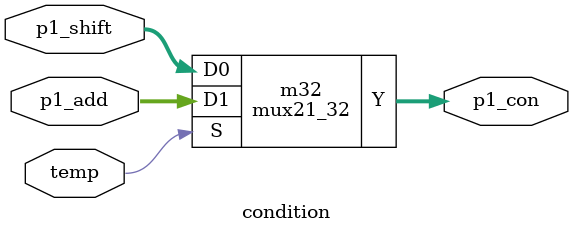
<source format=v>
module booth16bit(a, b, p);
    input [15:0] a, b;
    output reg [31:0] p;

    wire z;
	wire [31:0] p1_shift;
	wire [31:0] p1_final [15:0];
	
	assign p1_shift = 32'b0;
	assign z = 1'b0;
	
	partialProduct pp00 (.a(a), .b(b[0]), .p1_shift(p1_shift), .zin(z), .p1_final(p1_final[0]));
	partialProduct pp01 (.a(a), .b(b[1]), .p1_shift(p1_final[0]), .zin(b[0]), .p1_final(p1_final[1]));
	partialProduct pp02 (.a(a), .b(b[2]), .p1_shift(p1_final[1]), .zin(b[1]), .p1_final(p1_final[2]));
	partialProduct pp03 (.a(a), .b(b[3]), .p1_shift(p1_final[2]), .zin(b[2]), .p1_final(p1_final[3]));
	partialProduct pp04 (.a(a), .b(b[4]), .p1_shift(p1_final[3]), .zin(b[3]), .p1_final(p1_final[4]));
	partialProduct pp05 (.a(a), .b(b[5]), .p1_shift(p1_final[4]), .zin(b[4]), .p1_final(p1_final[5]));
	partialProduct pp06 (.a(a), .b(b[6]), .p1_shift(p1_final[5]), .zin(b[5]), .p1_final(p1_final[6]));
	partialProduct pp07 (.a(a), .b(b[7]), .p1_shift(p1_final[6]), .zin(b[6]), .p1_final(p1_final[7]));
	partialProduct pp08 (.a(a), .b(b[8]), .p1_shift(p1_final[7]), .zin(b[7]), .p1_final(p1_final[8]));
	partialProduct pp09 (.a(a), .b(b[9]), .p1_shift(p1_final[8]), .zin(b[8]), .p1_final(p1_final[9]));
	partialProduct pp10 (.a(a), .b(b[10]), .p1_shift(p1_final[9]), .zin(b[9]), .p1_final(p1_final[10]));
	partialProduct pp11 (.a(a), .b(b[11]), .p1_shift(p1_final[10]), .zin(b[10]), .p1_final(p1_final[11]));
	partialProduct pp12 (.a(a), .b(b[12]), .p1_shift(p1_final[11]), .zin(b[11]), .p1_final(p1_final[12]));
	partialProduct pp13 (.a(a), .b(b[13]), .p1_shift(p1_final[12]), .zin(b[12]), .p1_final(p1_final[13]));
	partialProduct pp14 (.a(a), .b(b[14]), .p1_shift(p1_final[13]), .zin(b[13]), .p1_final(p1_final[14]));
	partialProduct pp15 (.a(a), .b(b[15]), .p1_shift(p1_final[14]), .zin(b[14]), .p1_final(p1_final[15]));
	// more modules of partialProduct can be added to multiply numbers with more number of bits

	always@(p1_final[15])
	begin
	p[31:0] = p1_final[15];	
	end
endmodule

module partialProduct(a, b, p1_shift, zin, p1_final);
	input [15:0] a;
	input b;
	input [31:0] p1_shift;
	input zin;
	output [31:0] p1_final;
	
	wire cin;
	wire temp;
	wire [15:0] a1;
	wire cout;
	wire [31:0] p1_add;
	wire [31:0] p1_con;
	wire [31:0] p1_final;
	
	mux21 m0 (.Y(cin), .D0(1'b0), .D1(1'b1), .S(b));
	compa c0 (.a(a), .b(b), .a1(a1));
	
	rippleAdder r0 (.x(p1_shift), .y(a1), .cin(cin), .sum(p1_add), .cout(cout));

	xor (temp, b, zin);
	
	condition con0 (.p1_add(p1_add), .p1_shift(p1_shift), .temp(temp), .p1_con(p1_con));
	shift s0 (.p1_con(p1_con), .p1_shift(p1_final));
endmodule

module shift(p1_con, p1_shift) ;
	input [31:0]p1_con;
	output [31:0]p1_shift;
	reg [31:0]p1_shift;
	
	always@(p1_con)
	begin
	p1_shift = (p1_con >>> 1);
	p1_shift[31] = p1_shift[30];
	end
endmodule

module rippleAdder(x, y, cin, sum, cout);
	input [31:0] x;
	input [15:0] y;
	input cin;
	output cout;
	output [31:0]sum; 
	
	wire [15:0] c;
	
	begin 
	assign sum[0] = x[0];
	assign sum[1] = x[1];
	assign sum[2] = x[2];
	assign sum[3] = x[3];
	assign sum[4] = x[4];
	assign sum[5] = x[5];
	assign sum[6] = x[6];
	assign sum[7] = x[7];
	assign sum[8] = x[8];
	assign sum[9] = x[9];
	assign sum[10] = x[10];
	assign sum[11] = x[11];
	assign sum[12] = x[12];
	assign sum[13] = x[13];
	assign sum[14] = x[14];
	assign sum[15] = x[15];

	fullAdder f1(.m(x[16]), .n(y[0]), .cin(cin), .sum(sum[16]), .cout(c[0]));
	fullAdder f2(.m(x[17]), .n(y[1]), .cin(c[0]), .sum(sum[17]), .cout(c[1]));
	fullAdder f3(.m(x[18]), .n(y[2]), .cin(c[1]), .sum(sum[18]), .cout(c[2]));
	fullAdder f4(.m(x[19]), .n(y[3]), .cin(c[2]), .sum(sum[19]), .cout(c[3]));
	fullAdder f5(.m(x[20]), .n(y[4]), .cin(c[3]), .sum(sum[20]), .cout(c[4]));
	fullAdder f6(.m(x[21]), .n(y[5]), .cin(c[4]), .sum(sum[21]), .cout(c[5]));
	fullAdder f7(.m(x[22]), .n(y[6]), .cin(c[5]), .sum(sum[22]), .cout(c[6]));
	fullAdder f8(.m(x[23]), .n(y[7]), .cin(c[6]), .sum(sum[23]), .cout(c[7]));
	fullAdder f9(.m(x[24]), .n(y[8]), .cin(c[7]), .sum(sum[24]), .cout(c[8]));
	fullAdder f10(.m(x[25]), .n(y[9]), .cin(c[8]), .sum(sum[25]), .cout(c[9]));
	fullAdder f11(.m(x[26]), .n(y[10]), .cin(c[9]), .sum(sum[26]), .cout(c[10]));
	fullAdder f12(.m(x[27]), .n(y[11]), .cin(c[10]), .sum(sum[27]), .cout(c[11]));
	fullAdder f13(.m(x[28]), .n(y[12]), .cin(c[11]), .sum(sum[28]), .cout(c[12]));
	fullAdder f14(.m(x[29]), .n(y[13]), .cin(c[12]), .sum(sum[29]), .cout(c[13]));
	fullAdder f15(.m(x[30]), .n(y[14]), .cin(c[13]), .sum(sum[30]), .cout(c[14]));
	fullAdder f16(.m(x[31]), .n(y[15]), .cin(c[14]), .sum(sum[31]), .cout(c[15]));
	
	assign cout = c[15];
	end
endmodule

module fullAdder(m, n, cin, sum, cout);
	input cin, m, n;
	output sum, cout;
	
	assign sum = (m^n^cin);
	assign cout = ((m&n)|(n&cin)|(m&cin));
endmodule
/*
module fullAdder(m, n, cin, sum, cout);
	input cin, m, n;
	output sum, cout;
	wire t1,t2,t3;
	
	xor x2 (t1, m, n);
	xor x3(sum, t1, cin);
	
	and a1 (t2, m, n);
	and a2 (t3, t1, cin);
	or  o1(cout, t1, t2);
endmodule
*/

// deciding whether to send a1 or -a1
module compa(a, b, a1);
	input [15:0] a;
	input b;
	output [15:0]a1; 
	
	mux21_16 m16 (.Y(a1), .D0(a), .D1(~a), .S(b));

/*	mux21 m00 (.Y(a1[0]), .D0(a[0]), .D1(~a[0]), .S(b));
	mux21 m01 (.Y(a1[1]), .D0(a[1]), .D1(~a[1]), .S(b));
	mux21 m02 (.Y(a1[2]), .D0(a[2]), .D1(~a[2]), .S(b));
	mux21 m03 (.Y(a1[3]), .D0(a[3]), .D1(~a[3]), .S(b));
	mux21 m04 (.Y(a1[4]), .D0(a[4]), .D1(~a[4]), .S(b));
	mux21 m05 (.Y(a1[5]), .D0(a[5]), .D1(~a[5]), .S(b));
	mux21 m06 (.Y(a1[6]), .D0(a[6]), .D1(~a[6]), .S(b));
	mux21 m07 (.Y(a1[7]), .D0(a[7]), .D1(~a[7]), .S(b));
	mux21 m08 (.Y(a1[8]), .D0(a[8]), .D1(~a[8]), .S(b));
	mux21 m09 (.Y(a1[9]), .D0(a[9]), .D1(~a[9]), .S(b));
	mux21 m10 (.Y(a1[10]), .D0(a[10]), .D1(~a[10]), .S(b));
	mux21 m11 (.Y(a1[11]), .D0(a[11]), .D1(~a[11]), .S(b));
	mux21 m12 (.Y(a1[12]), .D0(a[12]), .D1(~a[12]), .S(b));
	mux21 m13 (.Y(a1[13]), .D0(a[13]), .D1(~a[13]), .S(b));
	mux21 m14 (.Y(a1[14]), .D0(a[14]), .D1(~a[14]), .S(b));
	mux21 m15 (.Y(a1[15]), .D0(a[15]), .D1(~a[15]), .S(b));
*/	
endmodule

module mux21_16 (Y, D0, D1, S);
	output [15:0] Y;
	input [15:0] D0, D1;
	input S;
	
	assign Y = (S ? D1 : D0);

/*	wire T1, T2, Sbar;
	and a3 (T1, D1, S);
	and a4 (T2, D0, Sbar);
	not n1 (Sbar, S);
	or o2 (Y, T1, T2);
*/	
endmodule

module mux21_32 (Y, D0, D1, S);
	output [31:0] Y;
	input [31:0] D0, D1;
	input S;
	
	assign Y = (S ? D1 : D0);

/*	wire T1, T2, Sbar;
	and a3 (T1, D1, S);
	and a4 (T2, D0, Sbar);
	not n1 (Sbar, S);
	or o2 (Y, T1, T2);
*/	
endmodule

module mux21(Y, D0, D1, S);
	output Y;
	input D0, D1, S;
	wire T1, T2, Sbar;

//	assign Y = (S ? D1 : D0);
	and a3 (T1, D1, S);
	and a4 (T2, D0, Sbar);
	not n1 (Sbar, S);
	or o2 (Y, T1, T2);
endmodule

module condition(p1_add, p1_shift, temp, p1_con);
	input [31:0]p1_add;
	input [31:0]p1_shift;
	input temp;
	output [31:0]p1_con;

	mux21_32 m32 (.Y(p1_con), .D0(p1_shift), .D1(p1_add), .S(temp));

/*	mux21 m20 (.Y(p1_con[0]), .D0(p1_shift[0]), .D1(p1_add[0]), .S(temp));
	mux21 m21 (.Y(p1_con[1]), .D0(p1_shift[1]), .D1(p1_add[1]), .S(temp));
	mux21 m22 (.Y(p1_con[2]), .D0(p1_shift[2]), .D1(p1_add[2]), .S(temp));
	mux21 m23 (.Y(p1_con[3]), .D0(p1_shift[3]), .D1(p1_add[3]), .S(temp));
	mux21 m24 (.Y(p1_con[4]), .D0(p1_shift[4]), .D1(p1_add[4]), .S(temp));
	mux21 m25 (.Y(p1_con[5]), .D0(p1_shift[5]), .D1(p1_add[5]), .S(temp));
	mux21 m26 (.Y(p1_con[6]), .D0(p1_shift[6]), .D1(p1_add[6]), .S(temp));
	mux21 m27 (.Y(p1_con[7]), .D0(p1_shift[7]), .D1(p1_add[7]), .S(temp));
	mux21 m28 (.Y(p1_con[8]), .D0(p1_shift[8]), .D1(p1_add[8]), .S(temp));
	mux21 m29 (.Y(p1_con[9]), .D0(p1_shift[9]), .D1(p1_add[9]), .S(temp));
	mux21 m30 (.Y(p1_con[10]), .D0(p1_shift[10]), .D1(p1_add[10]), .S(temp));
	mux21 m31 (.Y(p1_con[11]), .D0(p1_shift[11]), .D1(p1_add[11]), .S(temp));
	mux21 m32 (.Y(p1_con[12]), .D0(p1_shift[12]), .D1(p1_add[12]), .S(temp));
	mux21 m33 (.Y(p1_con[13]), .D0(p1_shift[13]), .D1(p1_add[13]), .S(temp));
	mux21 m34 (.Y(p1_con[14]), .D0(p1_shift[14]), .D1(p1_add[14]), .S(temp));
	mux21 m35 (.Y(p1_con[15]), .D0(p1_shift[15]), .D1(p1_add[15]), .S(temp));
	mux21 m36 (.Y(p1_con[16]), .D0(p1_shift[16]), .D1(p1_add[16]), .S(temp));
	mux21 m37 (.Y(p1_con[17]), .D0(p1_shift[17]), .D1(p1_add[17]), .S(temp));
	mux21 m38 (.Y(p1_con[18]), .D0(p1_shift[18]), .D1(p1_add[18]), .S(temp));
	mux21 m39 (.Y(p1_con[19]), .D0(p1_shift[19]), .D1(p1_add[19]), .S(temp));
	mux21 m40 (.Y(p1_con[20]), .D0(p1_shift[20]), .D1(p1_add[20]), .S(temp));
	mux21 m41 (.Y(p1_con[21]), .D0(p1_shift[21]), .D1(p1_add[21]), .S(temp));
	mux21 m42 (.Y(p1_con[22]), .D0(p1_shift[22]), .D1(p1_add[22]), .S(temp));
	mux21 m43 (.Y(p1_con[23]), .D0(p1_shift[23]), .D1(p1_add[23]), .S(temp));
	mux21 m44 (.Y(p1_con[24]), .D0(p1_shift[24]), .D1(p1_add[24]), .S(temp));
	mux21 m45 (.Y(p1_con[25]), .D0(p1_shift[25]), .D1(p1_add[25]), .S(temp));
	mux21 m46 (.Y(p1_con[26]), .D0(p1_shift[26]), .D1(p1_add[26]), .S(temp));
	mux21 m47 (.Y(p1_con[27]), .D0(p1_shift[27]), .D1(p1_add[27]), .S(temp));
	mux21 m48 (.Y(p1_con[28]), .D0(p1_shift[28]), .D1(p1_add[28]), .S(temp));
	mux21 m49 (.Y(p1_con[29]), .D0(p1_shift[29]), .D1(p1_add[29]), .S(temp));
	mux21 m50 (.Y(p1_con[30]), .D0(p1_shift[30]), .D1(p1_add[30]), .S(temp));
	mux21 m51 (.Y(p1_con[31]), .D0(p1_shift[31]), .D1(p1_add[31]), .S(temp));
*/
endmodule




</source>
